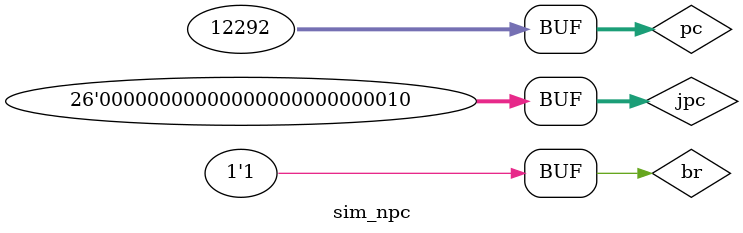
<source format=v>
`timescale 1ns / 1ps


module sim_npc;
    reg [15:0]immi;
    reg br,zero,jp;
    reg [31:0]pc;
    reg [25:0]jpc;
    wire [31:0]npc;
    npc npc1(immi,br,zero,jp,pc,jpc,npc);
    initial
        begin
            br=1;
            jpc=2;
            pc=32'h0x0000_3004;
        end
endmodule

</source>
